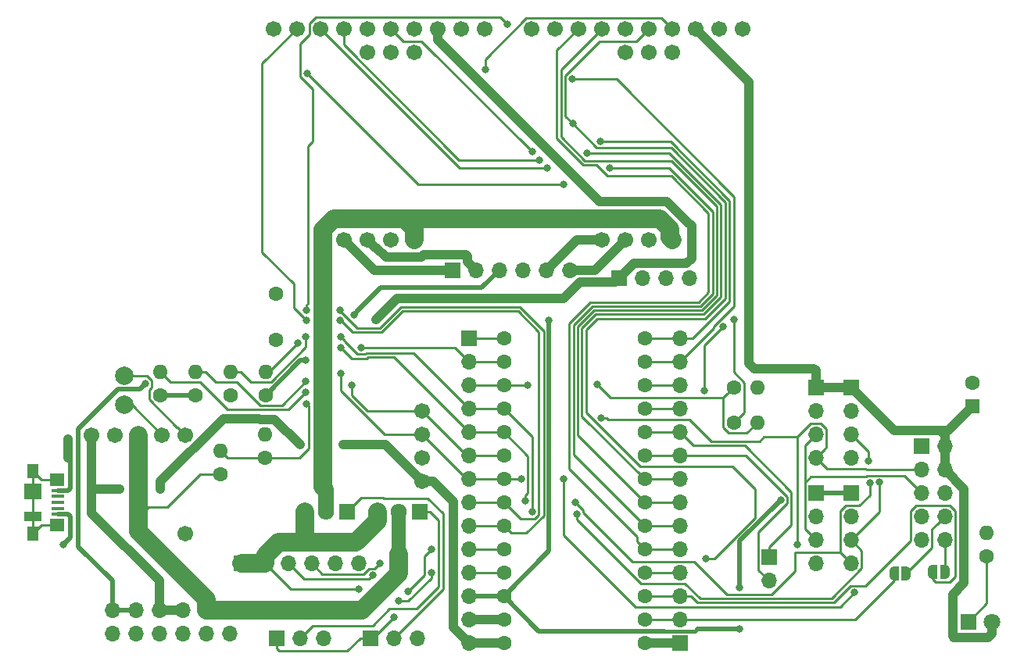
<source format=gbr>
G04 #@! TF.GenerationSoftware,KiCad,Pcbnew,9.0.4*
G04 #@! TF.CreationDate,2025-08-30T13:56:25-07:00*
G04 #@! TF.ProjectId,romi_board,726f6d69-5f62-46f6-9172-642e6b696361,rev?*
G04 #@! TF.SameCoordinates,Original*
G04 #@! TF.FileFunction,Copper,L1,Top*
G04 #@! TF.FilePolarity,Positive*
%FSLAX46Y46*%
G04 Gerber Fmt 4.6, Leading zero omitted, Abs format (unit mm)*
G04 Created by KiCad (PCBNEW 9.0.4) date 2025-08-30 13:56:25*
%MOMM*%
%LPD*%
G01*
G04 APERTURE LIST*
G04 Aperture macros list*
%AMRoundRect*
0 Rectangle with rounded corners*
0 $1 Rounding radius*
0 $2 $3 $4 $5 $6 $7 $8 $9 X,Y pos of 4 corners*
0 Add a 4 corners polygon primitive as box body*
4,1,4,$2,$3,$4,$5,$6,$7,$8,$9,$2,$3,0*
0 Add four circle primitives for the rounded corners*
1,1,$1+$1,$2,$3*
1,1,$1+$1,$4,$5*
1,1,$1+$1,$6,$7*
1,1,$1+$1,$8,$9*
0 Add four rect primitives between the rounded corners*
20,1,$1+$1,$2,$3,$4,$5,0*
20,1,$1+$1,$4,$5,$6,$7,0*
20,1,$1+$1,$6,$7,$8,$9,0*
20,1,$1+$1,$8,$9,$2,$3,0*%
%AMFreePoly0*
4,1,23,0.500000,-0.750000,0.000000,-0.750000,0.000000,-0.745722,-0.065263,-0.745722,-0.191342,-0.711940,-0.304381,-0.646677,-0.396677,-0.554381,-0.461940,-0.441342,-0.495722,-0.315263,-0.495722,-0.250000,-0.500000,-0.250000,-0.500000,0.250000,-0.495722,0.250000,-0.495722,0.315263,-0.461940,0.441342,-0.396677,0.554381,-0.304381,0.646677,-0.191342,0.711940,-0.065263,0.745722,0.000000,0.745722,
0.000000,0.750000,0.500000,0.750000,0.500000,-0.750000,0.500000,-0.750000,$1*%
%AMFreePoly1*
4,1,23,0.000000,0.745722,0.065263,0.745722,0.191342,0.711940,0.304381,0.646677,0.396677,0.554381,0.461940,0.441342,0.495722,0.315263,0.495722,0.250000,0.500000,0.250000,0.500000,-0.250000,0.495722,-0.250000,0.495722,-0.315263,0.461940,-0.441342,0.396677,-0.554381,0.304381,-0.646677,0.191342,-0.711940,0.065263,-0.745722,0.000000,-0.745722,0.000000,-0.750000,-0.500000,-0.750000,
-0.500000,0.750000,0.000000,0.750000,0.000000,0.745722,0.000000,0.745722,$1*%
G04 Aperture macros list end*
G04 #@! TA.AperFunction,ComponentPad*
%ADD10R,1.800000X1.800000*%
G04 #@! TD*
G04 #@! TA.AperFunction,ComponentPad*
%ADD11C,1.800000*%
G04 #@! TD*
G04 #@! TA.AperFunction,ComponentPad*
%ADD12R,1.700000X1.700000*%
G04 #@! TD*
G04 #@! TA.AperFunction,ComponentPad*
%ADD13O,1.700000X1.700000*%
G04 #@! TD*
G04 #@! TA.AperFunction,SMDPad,CuDef*
%ADD14FreePoly0,180.000000*%
G04 #@! TD*
G04 #@! TA.AperFunction,SMDPad,CuDef*
%ADD15FreePoly1,180.000000*%
G04 #@! TD*
G04 #@! TA.AperFunction,ComponentPad*
%ADD16C,1.600000*%
G04 #@! TD*
G04 #@! TA.AperFunction,ComponentPad*
%ADD17O,1.600000X1.600000*%
G04 #@! TD*
G04 #@! TA.AperFunction,ComponentPad*
%ADD18C,1.701800*%
G04 #@! TD*
G04 #@! TA.AperFunction,SMDPad,CuDef*
%ADD19C,2.000000*%
G04 #@! TD*
G04 #@! TA.AperFunction,ComponentPad*
%ADD20R,1.717500X1.800000*%
G04 #@! TD*
G04 #@! TA.AperFunction,ComponentPad*
%ADD21O,1.717500X1.800000*%
G04 #@! TD*
G04 #@! TA.AperFunction,SMDPad,CuDef*
%ADD22R,1.380000X0.450000*%
G04 #@! TD*
G04 #@! TA.AperFunction,SMDPad,CuDef*
%ADD23R,1.300000X1.650000*%
G04 #@! TD*
G04 #@! TA.AperFunction,SMDPad,CuDef*
%ADD24R,1.550000X1.425000*%
G04 #@! TD*
G04 #@! TA.AperFunction,SMDPad,CuDef*
%ADD25R,1.900000X1.800000*%
G04 #@! TD*
G04 #@! TA.AperFunction,SMDPad,CuDef*
%ADD26R,1.900000X1.000000*%
G04 #@! TD*
G04 #@! TA.AperFunction,ComponentPad*
%ADD27RoundRect,0.250000X0.550000X-0.550000X0.550000X0.550000X-0.550000X0.550000X-0.550000X-0.550000X0*%
G04 #@! TD*
G04 #@! TA.AperFunction,ViaPad*
%ADD28C,0.800000*%
G04 #@! TD*
G04 #@! TA.AperFunction,Conductor*
%ADD29C,2.000000*%
G04 #@! TD*
G04 #@! TA.AperFunction,Conductor*
%ADD30C,0.250000*%
G04 #@! TD*
G04 #@! TA.AperFunction,Conductor*
%ADD31C,0.500000*%
G04 #@! TD*
G04 #@! TA.AperFunction,Conductor*
%ADD32C,1.000000*%
G04 #@! TD*
G04 #@! TA.AperFunction,Conductor*
%ADD33C,0.400000*%
G04 #@! TD*
G04 #@! TA.AperFunction,Conductor*
%ADD34C,1.500000*%
G04 #@! TD*
G04 #@! TA.AperFunction,Conductor*
%ADD35C,1.700000*%
G04 #@! TD*
G04 APERTURE END LIST*
D10*
X153012122Y-149571657D03*
D11*
X155552122Y-149571657D03*
D12*
X74272122Y-143221657D03*
D13*
X76812122Y-143221657D03*
X79352122Y-143221657D03*
X81892122Y-143221657D03*
X84432122Y-143221657D03*
X86972122Y-143221657D03*
D12*
X136502122Y-124171657D03*
D13*
X136502122Y-126711657D03*
X136502122Y-129251657D03*
X136502122Y-131791657D03*
D12*
X136502122Y-135601657D03*
D13*
X136502122Y-138141657D03*
X136502122Y-140681657D03*
X136502122Y-143221657D03*
D12*
X140312122Y-124171657D03*
D13*
X140312122Y-126711657D03*
X140312122Y-129251657D03*
X140312122Y-131791657D03*
D12*
X140312122Y-135601657D03*
D13*
X140312122Y-138141657D03*
X140312122Y-140681657D03*
X140312122Y-143221657D03*
D12*
X121770122Y-151857657D03*
D13*
X121770122Y-149317657D03*
X121770122Y-146777657D03*
X121770122Y-144237657D03*
X121770122Y-141697657D03*
X121770122Y-139157657D03*
X121770122Y-136617657D03*
X121770122Y-134077657D03*
X121770122Y-131537657D03*
X121770122Y-128997657D03*
X121770122Y-126457657D03*
X121770122Y-123917657D03*
X121770122Y-121377657D03*
X121770122Y-118837657D03*
D12*
X98910122Y-118837657D03*
D13*
X98910122Y-121377657D03*
X98910122Y-123917657D03*
X98910122Y-126457657D03*
X98910122Y-128997657D03*
X98910122Y-131537657D03*
X98910122Y-134077657D03*
X98910122Y-136617657D03*
X98910122Y-139157657D03*
X98910122Y-141697657D03*
X98910122Y-144237657D03*
X98910122Y-146777657D03*
X98910122Y-149317657D03*
X98910122Y-151857657D03*
D14*
X146296122Y-144364657D03*
D15*
X144996122Y-144364657D03*
D14*
X150487122Y-144174157D03*
D15*
X149187122Y-144174157D03*
D12*
X147932122Y-130521657D03*
D13*
X150472122Y-130521657D03*
X147932122Y-133061657D03*
X150472122Y-133061657D03*
X147932122Y-135601657D03*
X150472122Y-135601657D03*
X147932122Y-138141657D03*
X150472122Y-138141657D03*
X147932122Y-140681657D03*
X150472122Y-140681657D03*
D16*
X71986122Y-133569657D03*
D17*
X71986122Y-131029657D03*
D16*
X76812122Y-131791657D03*
D17*
X76812122Y-129251657D03*
D16*
X155000000Y-142500000D03*
D17*
X155000000Y-139960000D03*
D16*
X69272122Y-124991657D03*
D17*
X69272122Y-122451657D03*
D16*
X65462122Y-124991657D03*
D17*
X65462122Y-122451657D03*
D16*
X127612122Y-127981657D03*
D17*
X130152122Y-127981657D03*
D16*
X127612122Y-124171657D03*
D17*
X130152122Y-124171657D03*
D16*
X117960122Y-151857657D03*
X117960122Y-149317657D03*
X117960122Y-146777657D03*
X117960122Y-144237657D03*
X117960122Y-141697657D03*
X117960122Y-139157657D03*
X117960122Y-136617657D03*
X117960122Y-134077657D03*
X117960122Y-131537657D03*
X117960122Y-128997657D03*
X117960122Y-126457657D03*
X117960122Y-123917657D03*
X117960122Y-121377657D03*
X117960122Y-118837657D03*
X102720122Y-118837657D03*
X102720122Y-121377657D03*
X102720122Y-123917657D03*
X102720122Y-126457657D03*
X102720122Y-128997657D03*
X102720122Y-131537657D03*
X102720122Y-134077657D03*
X102720122Y-136617657D03*
X102720122Y-139157657D03*
X102720122Y-141697657D03*
X102720122Y-144237657D03*
X102720122Y-146777657D03*
X102720122Y-149317657D03*
X102720122Y-151857657D03*
D12*
X115166122Y-112360657D03*
D13*
X117706122Y-112360657D03*
X120246122Y-112360657D03*
X122786122Y-112360657D03*
D12*
X97132122Y-111471657D03*
D13*
X99672122Y-111471657D03*
X102212122Y-111471657D03*
X104752122Y-111471657D03*
X107292122Y-111471657D03*
X109832122Y-111471657D03*
D18*
X100633122Y-85311657D03*
X98093122Y-85311657D03*
X95553122Y-85311657D03*
X93013122Y-85311657D03*
X90473122Y-85311657D03*
X87933122Y-85311657D03*
X85393122Y-85311657D03*
X82853122Y-85311657D03*
X80313122Y-85311657D03*
X77773122Y-85311657D03*
X85393122Y-108171657D03*
X87933122Y-108171657D03*
X90473122Y-108171657D03*
X93013122Y-108171657D03*
X93013122Y-87851657D03*
X90473122Y-87851657D03*
X87933122Y-87851657D03*
X128573122Y-85311657D03*
X126033122Y-85311657D03*
X123493122Y-85311657D03*
X120953122Y-85311657D03*
X118413122Y-85311657D03*
X115873122Y-85311657D03*
X113333122Y-85311657D03*
X110793122Y-85311657D03*
X108253122Y-85311657D03*
X105713122Y-85311657D03*
X113333122Y-108171657D03*
X115873122Y-108171657D03*
X118413122Y-108171657D03*
X120953122Y-108171657D03*
X120953122Y-87851657D03*
X118413122Y-87851657D03*
X115873122Y-87851657D03*
X68192122Y-129311657D03*
X65652122Y-129311657D03*
X63112122Y-129311657D03*
X60572122Y-129311657D03*
X58032122Y-129311657D03*
X68192122Y-139979657D03*
D16*
X73082122Y-124991657D03*
D17*
X73082122Y-122451657D03*
D16*
X76892122Y-124991657D03*
D17*
X76892122Y-122451657D03*
D18*
X93830122Y-134331657D03*
X93830122Y-131791657D03*
X93830122Y-129251657D03*
X93830122Y-126711657D03*
D19*
X61572122Y-122901657D03*
X61572122Y-126076657D03*
D12*
X131422122Y-142586657D03*
D13*
X131422122Y-145126657D03*
D20*
X93576122Y-137633657D03*
D21*
X91286122Y-137633657D03*
X88996122Y-137633657D03*
D20*
X85710122Y-137633657D03*
D21*
X83420122Y-137633657D03*
X81130122Y-137633657D03*
D12*
X73002122Y-148301657D03*
D13*
X73002122Y-150841657D03*
X70462122Y-148301657D03*
X70462122Y-150841657D03*
X67922122Y-148301657D03*
X67922122Y-150841657D03*
X65382122Y-148301657D03*
X65382122Y-150841657D03*
X62842122Y-148301657D03*
X62842122Y-150841657D03*
X60302122Y-148301657D03*
X60302122Y-150841657D03*
D12*
X78082122Y-151349657D03*
D13*
X80622122Y-151349657D03*
X83162122Y-151349657D03*
D12*
X88242122Y-151349657D03*
D13*
X90782122Y-151349657D03*
X93322122Y-151349657D03*
D22*
X54396122Y-135317657D03*
X54396122Y-135967657D03*
X54396122Y-136617657D03*
X54396122Y-137267657D03*
X54396122Y-137917657D03*
D23*
X51736122Y-133242657D03*
D24*
X54311122Y-134130157D03*
D25*
X51736122Y-135467657D03*
D26*
X51736122Y-138167657D03*
D24*
X54311122Y-139105157D03*
D23*
X51736122Y-139992657D03*
D16*
X78000000Y-119000000D03*
X78000000Y-114000000D03*
D27*
X153500000Y-126182380D03*
D16*
X153500000Y-123682380D03*
D28*
X86972122Y-146015657D03*
X90782122Y-149063657D03*
X54968122Y-141189657D03*
X61064122Y-135220657D03*
X123136123Y-110074657D03*
X85321122Y-130394657D03*
X129263122Y-110074653D03*
X88877122Y-116805657D03*
X65509122Y-135220657D03*
X80622122Y-130394657D03*
X55476122Y-129759657D03*
X128247122Y-145877615D03*
X63858122Y-123790657D03*
X86464122Y-116297657D03*
X132692122Y-136363657D03*
X128247122Y-150333657D03*
X81257122Y-121250657D03*
X107606112Y-116865647D03*
X88497449Y-144510668D03*
X91290122Y-147285657D03*
X94846122Y-144237657D03*
X94846122Y-141697657D03*
X89258122Y-143221657D03*
X92306122Y-146269657D03*
X109197122Y-134077657D03*
X85067122Y-122647657D03*
X140693122Y-146396657D03*
X104593101Y-134077657D03*
X81257122Y-123536657D03*
X86210122Y-123917657D03*
X81257122Y-124679657D03*
X134470122Y-141189657D03*
X113258781Y-127475998D03*
X85067122Y-118710657D03*
X105768122Y-137633657D03*
X110605969Y-137912421D03*
X143360122Y-134458657D03*
X142217122Y-132172657D03*
X81257122Y-118710657D03*
X142337713Y-134521387D03*
X80368122Y-119345657D03*
X110499141Y-136649605D03*
X105043112Y-136464289D03*
X85067122Y-119853657D03*
X126459304Y-117589616D03*
X124437122Y-124552657D03*
X111737122Y-98771657D03*
X106530122Y-99533657D03*
X107419122Y-100422657D03*
X114150122Y-100422657D03*
X124564122Y-142713657D03*
X105768122Y-98644657D03*
X110213122Y-95596657D03*
X81342221Y-125949657D03*
X87226122Y-119853657D03*
X105260130Y-123917657D03*
X112843132Y-123843977D03*
X84942221Y-116899365D03*
X81342221Y-116932657D03*
X103101122Y-84801657D03*
X84942221Y-115789657D03*
X81342221Y-115789657D03*
X100688122Y-89754657D03*
X127612122Y-116805657D03*
X81384122Y-90135657D03*
X109197122Y-102200657D03*
X113134122Y-97501657D03*
X110086122Y-90770657D03*
D29*
X81130122Y-140533657D02*
X81130122Y-137633657D01*
D30*
X79606122Y-146015657D02*
X78082122Y-144491657D01*
D29*
X78272121Y-140971656D02*
X80692123Y-140971656D01*
D30*
X78082122Y-152449657D02*
X78082122Y-151349657D01*
X87142122Y-151349657D02*
X85767121Y-152724658D01*
X78357123Y-152724658D02*
X78082122Y-152449657D01*
X85767121Y-152724658D02*
X78357123Y-152724658D01*
X88242122Y-151349657D02*
X87142122Y-151349657D01*
X88242122Y-151349657D02*
X88496122Y-151349657D01*
D29*
X88996122Y-138626409D02*
X86650875Y-140971656D01*
D30*
X86972122Y-146015657D02*
X79606122Y-146015657D01*
X76812122Y-143221657D02*
X78082122Y-144491657D01*
D29*
X88996122Y-137633657D02*
X88996122Y-138626409D01*
X86650875Y-140971656D02*
X80692123Y-140971656D01*
X78272121Y-140971656D02*
X76812122Y-142431655D01*
X76812122Y-142431655D02*
X76812122Y-143221657D01*
D30*
X88496122Y-151349657D02*
X90782122Y-149063657D01*
D29*
X80692123Y-140971656D02*
X81130122Y-140533657D01*
X76812122Y-143221657D02*
X74272122Y-143221657D01*
D31*
X55730122Y-140427657D02*
X54968122Y-141189657D01*
D32*
X98910122Y-149317657D02*
X102720122Y-149317657D01*
D31*
X55730122Y-138141657D02*
X55730122Y-140427657D01*
X55506122Y-137917657D02*
X55730122Y-138141657D01*
X54396122Y-137917657D02*
X55506122Y-137917657D01*
D32*
X117960122Y-151857657D02*
X119091492Y-151857657D01*
X119091492Y-151857657D02*
X121770122Y-151857657D01*
X97132122Y-111471657D02*
X88693122Y-111471657D01*
X88693122Y-111471657D02*
X85393122Y-108171657D01*
X98782123Y-109981656D02*
X98782123Y-110581658D01*
X98622123Y-109821656D02*
X98782123Y-109981656D01*
X93800131Y-110071667D02*
X94050142Y-109821656D01*
X94050142Y-109821656D02*
X98622123Y-109821656D01*
X89929798Y-110071667D02*
X93800131Y-110071667D01*
X98782123Y-110581658D02*
X99672122Y-111471657D01*
X88784021Y-109022556D02*
X88880687Y-109022556D01*
X88880687Y-109022556D02*
X89929798Y-110071667D01*
X87933122Y-108171657D02*
X88784021Y-109022556D01*
X136502122Y-124171657D02*
X136502122Y-122321657D01*
X155552122Y-149571657D02*
X155552122Y-150844449D01*
X97260121Y-136558302D02*
X95033476Y-134331657D01*
D31*
X55730122Y-132045657D02*
X55476122Y-131791657D01*
D32*
X123036113Y-110174667D02*
X122500124Y-110710656D01*
X77864132Y-127636667D02*
X76301970Y-127636667D01*
X151312121Y-151111658D02*
X151312121Y-146629268D01*
X65382122Y-145126657D02*
X58032122Y-137776657D01*
X95553122Y-86515011D02*
X113058857Y-104020746D01*
X85321122Y-130394657D02*
X89893122Y-130394657D01*
X123493122Y-85311657D02*
X129263122Y-91081657D01*
X97260121Y-150207656D02*
X97260121Y-136558302D01*
X129263122Y-110640338D02*
X129263122Y-110074653D01*
X95553122Y-85311657D02*
X95553122Y-86515011D01*
X150024202Y-128871656D02*
X145012121Y-128871656D01*
X122500124Y-110710656D02*
X116816123Y-110710656D01*
X65509122Y-134654972D02*
X65509122Y-135220657D01*
X123036113Y-106933811D02*
X123036113Y-106679810D01*
X114755112Y-112771667D02*
X115166122Y-112360657D01*
X80622122Y-130394657D02*
X77864132Y-127636667D01*
X155552122Y-150844449D02*
X155124913Y-151271658D01*
X91163122Y-114519657D02*
X109226124Y-114519657D01*
X150472122Y-129319576D02*
X150024202Y-128871656D01*
X116816123Y-110710656D02*
X115166122Y-112360657D01*
X129263122Y-91081657D02*
X129263122Y-110074653D01*
X55476122Y-129759657D02*
X55476122Y-131791657D01*
X76301970Y-127636667D02*
X76189959Y-127524656D01*
X61048122Y-135204657D02*
X61064122Y-135220657D01*
X98910122Y-151857657D02*
X97260121Y-150207656D01*
X72361121Y-127524656D02*
X65509122Y-134376655D01*
X150472122Y-130521657D02*
X150472122Y-129319576D01*
X150810724Y-128871656D02*
X150024202Y-128871656D01*
X89893122Y-130394657D02*
X93830122Y-134331657D01*
X67922122Y-148301657D02*
X65382122Y-148301657D01*
X155124913Y-151271658D02*
X151472121Y-151271658D01*
X58032122Y-137776657D02*
X58032122Y-135204657D01*
X152572133Y-145369256D02*
X152572133Y-135161668D01*
X136502122Y-122321657D02*
X136317132Y-122136667D01*
X88877122Y-116805657D02*
X91163122Y-114519657D01*
D31*
X55730122Y-135093657D02*
X55730122Y-132045657D01*
D32*
X151472121Y-151271658D02*
X151312121Y-151111658D01*
X95033476Y-134331657D02*
X93830122Y-134331657D01*
X110974114Y-112771667D02*
X114755112Y-112771667D01*
D31*
X54396122Y-135317657D02*
X55506122Y-135317657D01*
D32*
X152572133Y-135161668D02*
X150472122Y-133061657D01*
X123036113Y-106933811D02*
X123036113Y-110174667D01*
X102720122Y-151857657D02*
X98910122Y-151857657D01*
X129263122Y-121549397D02*
X129263122Y-110640338D01*
X65509122Y-134376655D02*
X65509122Y-134654972D01*
X113058857Y-104020746D02*
X120377049Y-104020746D01*
X123036113Y-106679810D02*
X122564034Y-106207731D01*
X58032122Y-135204657D02*
X61048122Y-135204657D01*
X129850392Y-122136667D02*
X129263122Y-121549397D01*
X145012121Y-128871656D02*
X140312122Y-124171657D01*
X136317132Y-122136667D02*
X129850392Y-122136667D01*
X120377049Y-104020746D02*
X122564034Y-106207731D01*
X65382122Y-148301657D02*
X65382122Y-145126657D01*
X76189959Y-127524656D02*
X72361121Y-127524656D01*
X140312122Y-124171657D02*
X136502122Y-124171657D01*
X109226124Y-114519657D02*
X110974114Y-112771667D01*
D31*
X55506122Y-135317657D02*
X55730122Y-135093657D01*
D32*
X150472122Y-133061657D02*
X150472122Y-130521657D01*
X58032122Y-135204657D02*
X58032122Y-129311657D01*
X153500000Y-126182380D02*
X150810724Y-128871656D01*
X151312121Y-146629268D02*
X152572133Y-145369256D01*
D30*
X133867134Y-135506669D02*
X133867134Y-139041645D01*
X128817153Y-130456688D02*
X133867134Y-135506669D01*
X121770122Y-128997657D02*
X117960122Y-128997657D01*
X133867134Y-139041645D02*
X131422122Y-141486657D01*
X123229153Y-130456688D02*
X128817153Y-130456688D01*
X131422122Y-141486657D02*
X131422122Y-142586657D01*
X121770122Y-128997657D02*
X123229153Y-130456688D01*
X130247121Y-143951656D02*
X130247121Y-139881660D01*
X128939124Y-131537657D02*
X122972203Y-131537657D01*
X130247121Y-139881660D02*
X133417123Y-136711658D01*
X117960122Y-131537657D02*
X121770122Y-131537657D01*
X131422122Y-145126657D02*
X130247121Y-143951656D01*
X133417123Y-136015656D02*
X128939124Y-131537657D01*
X122972203Y-131537657D02*
X121770122Y-131537657D01*
X133417123Y-136711658D02*
X133417123Y-136015656D01*
D31*
X60302122Y-148301657D02*
X60302122Y-145126657D01*
X86864121Y-115897658D02*
X86464122Y-116297657D01*
X102720122Y-146777657D02*
X107606112Y-141891667D01*
X60302122Y-145126657D02*
X56631221Y-141455756D01*
X102720122Y-146777657D02*
X106510123Y-150567658D01*
X107606112Y-141891667D02*
X107606112Y-116865647D01*
X98910122Y-146777657D02*
X102720122Y-146777657D01*
X62842122Y-148301657D02*
X60302122Y-148301657D01*
X89385122Y-113376657D02*
X86864121Y-115897658D01*
X56631221Y-128639224D02*
X60918787Y-124351658D01*
X56631221Y-141455756D02*
X56631221Y-128639224D01*
D33*
X123675122Y-150333657D02*
X123441121Y-150567658D01*
D31*
X65462122Y-124991657D02*
X69272122Y-124991657D01*
X100307122Y-113376657D02*
X89385122Y-113376657D01*
X60918787Y-124351658D02*
X63297121Y-124351658D01*
X128247122Y-140808657D02*
X128247122Y-145877615D01*
X136502122Y-135601657D02*
X140312122Y-135601657D01*
X106510123Y-150567658D02*
X120099123Y-150567658D01*
X102212122Y-111471657D02*
X100307122Y-113376657D01*
X63297121Y-124351658D02*
X63858122Y-123790657D01*
D33*
X123441121Y-150567658D02*
X120099123Y-150567658D01*
D31*
X128247122Y-150333657D02*
X123675122Y-150333657D01*
X132692122Y-136363657D02*
X128247122Y-140808657D01*
X80633122Y-121250657D02*
X81257122Y-121250657D01*
X76892122Y-124991657D02*
X80633122Y-121250657D01*
D29*
X70462122Y-147099576D02*
X63112122Y-139749576D01*
X63112122Y-129311657D02*
X63112122Y-138230991D01*
X87350126Y-148301657D02*
X91290122Y-144361661D01*
D30*
X66296131Y-137120667D02*
X64222447Y-137120667D01*
X69700122Y-133696657D02*
X66296131Y-137120667D01*
D29*
X91290122Y-144361661D02*
X91290122Y-142233659D01*
X73002122Y-148301657D02*
X87350126Y-148301657D01*
X70462122Y-148301657D02*
X70462122Y-147099576D01*
X63112122Y-139749576D02*
X63112122Y-138230991D01*
D30*
X71986122Y-133569657D02*
X69827122Y-133569657D01*
D29*
X73002122Y-148301657D02*
X70462122Y-148301657D01*
D30*
X64222447Y-137120667D02*
X63112122Y-138230991D01*
D34*
X91286122Y-137633657D02*
X91286122Y-142229659D01*
D32*
X91286122Y-142229659D02*
X91290122Y-142233659D01*
D30*
X69641187Y-133775611D02*
X69700122Y-133696657D01*
X69827122Y-133569657D02*
X69700122Y-133696657D01*
D32*
X113333122Y-108171657D02*
X110592122Y-108171657D01*
X110592122Y-108171657D02*
X107292122Y-111471657D01*
X115873122Y-108171657D02*
X112573122Y-111471657D01*
X112573122Y-111471657D02*
X109832122Y-111471657D01*
D30*
X94846122Y-144803342D02*
X94846122Y-144237657D01*
X92363807Y-147285657D02*
X94846122Y-144803342D01*
X102720122Y-144237657D02*
X101588752Y-144237657D01*
X101588752Y-144237657D02*
X98910122Y-144237657D01*
X81041132Y-144910667D02*
X88097450Y-144910667D01*
X88097450Y-144910667D02*
X88497449Y-144510668D01*
X91290122Y-147285657D02*
X92363807Y-147285657D01*
X79352122Y-143221657D02*
X81041132Y-144910667D01*
X83067123Y-144396658D02*
X87536123Y-144396658D01*
X87536123Y-144396658D02*
X88147123Y-143785658D01*
X94084122Y-144491657D02*
X94084122Y-142459657D01*
X101588752Y-141697657D02*
X98910122Y-141697657D01*
X94084122Y-142459657D02*
X94846122Y-141697657D01*
X102720122Y-141697657D02*
X101588752Y-141697657D01*
X81892122Y-143221657D02*
X83067123Y-144396658D01*
X88147123Y-143785658D02*
X88694121Y-143785658D01*
X92306122Y-146269657D02*
X94084122Y-144491657D01*
X88694121Y-143785658D02*
X89258122Y-143221657D01*
X147932122Y-135601657D02*
X146064120Y-133733655D01*
X81257122Y-123536657D02*
X78677121Y-126116658D01*
X141925443Y-133860655D02*
X135958122Y-133860655D01*
X135327121Y-139506656D02*
X135327121Y-130426658D01*
X70403492Y-122451657D02*
X69272122Y-122451657D01*
X93830122Y-129251657D02*
X98656122Y-134077657D01*
X109197122Y-140173657D02*
X116976123Y-147952658D01*
X136502122Y-140681657D02*
X135327121Y-139506656D01*
X135327121Y-130426658D02*
X135652123Y-130101656D01*
X140693122Y-146396657D02*
X139137121Y-147952658D01*
X98910122Y-134077657D02*
X100112203Y-134077657D01*
X135327121Y-134491656D02*
X135327121Y-139506656D01*
X71528493Y-123576658D02*
X70403492Y-122451657D01*
X146064120Y-133733655D02*
X142052443Y-133733655D01*
X89834027Y-129251657D02*
X92626768Y-129251657D01*
X142052443Y-133733655D02*
X141925443Y-133860655D01*
X73812121Y-123576658D02*
X71528493Y-123576658D01*
X135327121Y-139506656D02*
X135652123Y-139831658D01*
X76352121Y-126116658D02*
X73812121Y-123576658D01*
X78677121Y-126116658D02*
X76352121Y-126116658D01*
X135958122Y-133860655D02*
X135327121Y-134491656D01*
X109197122Y-134077657D02*
X109197122Y-140173657D01*
X98656122Y-134077657D02*
X98910122Y-134077657D01*
X102720122Y-134077657D02*
X104593101Y-134077657D01*
X139137121Y-147952658D02*
X116976123Y-147952658D01*
X92626768Y-129251657D02*
X93830122Y-129251657D01*
X135652123Y-139831658D02*
X136502122Y-140681657D01*
X85067122Y-124484752D02*
X89834027Y-129251657D01*
X135652123Y-130101656D02*
X136502122Y-129251657D01*
X100112203Y-134077657D02*
X102720122Y-134077657D01*
X85067122Y-122647657D02*
X85067122Y-124484752D01*
X137066123Y-128076656D02*
X137677123Y-128687656D01*
X125192142Y-130006677D02*
X122844962Y-127659497D01*
X141960079Y-133061657D02*
X141917066Y-133018644D01*
X141917066Y-133018644D02*
X137729109Y-133018644D01*
X102720122Y-131537657D02*
X101588752Y-131537657D01*
X93830122Y-126711657D02*
X98656122Y-131537657D01*
X137677123Y-128687656D02*
X137677123Y-130616656D01*
X130428515Y-130006677D02*
X125192142Y-130006677D01*
X93830122Y-126711657D02*
X87930437Y-126711657D01*
X114007965Y-127659497D02*
X113824466Y-127475998D01*
X101588752Y-131537657D02*
X98910122Y-131537657D01*
X86210122Y-124483342D02*
X86210122Y-123917657D01*
X134470122Y-129544655D02*
X135938121Y-128076656D01*
X134470122Y-129544655D02*
X130890537Y-129544655D01*
X137677123Y-130616656D02*
X137352121Y-130941658D01*
X134470122Y-141189657D02*
X134470122Y-129544655D01*
X147932122Y-133061657D02*
X141960079Y-133061657D01*
X69812123Y-123576658D02*
X72820122Y-126584657D01*
X122844962Y-127659497D02*
X114007965Y-127659497D01*
X87930437Y-126711657D02*
X86210122Y-124991342D01*
X130890537Y-129544655D02*
X130428515Y-130006677D01*
X81257122Y-124679657D02*
X79352122Y-126584657D01*
X66587123Y-123576658D02*
X69812123Y-123576658D01*
X137352121Y-130941658D02*
X136502122Y-131791657D01*
X135938121Y-128076656D02*
X137066123Y-128076656D01*
X137729109Y-133018644D02*
X137352121Y-132641656D01*
X86210122Y-124991342D02*
X86210122Y-124483342D01*
X98656122Y-131537657D02*
X98910122Y-131537657D01*
X65462122Y-122451657D02*
X66587123Y-123576658D01*
X113824466Y-127475998D02*
X113258781Y-127475998D01*
X72820122Y-126584657D02*
X79352122Y-126584657D01*
X137352121Y-132641656D02*
X136502122Y-131791657D01*
X110605969Y-138478106D02*
X110605969Y-137912421D01*
X74213492Y-122451657D02*
X73082122Y-122451657D01*
X141487123Y-143766243D02*
X138200730Y-147052636D01*
X98910122Y-126457657D02*
X92904124Y-120451659D01*
X77493933Y-123576658D02*
X75338493Y-123576658D01*
X85467121Y-119167660D02*
X85467121Y-119110656D01*
X140312122Y-140681657D02*
X141487123Y-141856658D01*
X122334123Y-145412658D02*
X117540521Y-145412658D01*
X138200730Y-147052636D02*
X123974101Y-147052636D01*
X85467121Y-119110656D02*
X85067122Y-118710657D01*
X81257122Y-118710657D02*
X81257122Y-119813469D01*
X75338493Y-123576658D02*
X74213492Y-122451657D01*
X140312122Y-129251657D02*
X142217122Y-131156657D01*
X87828124Y-120451659D02*
X87701124Y-120578659D01*
X87701124Y-120578659D02*
X86878120Y-120578659D01*
X141487123Y-141856658D02*
X141487123Y-143766243D01*
X123974101Y-147052636D02*
X122334123Y-145412658D01*
X105768122Y-129505657D02*
X105768122Y-137633657D01*
X81257122Y-119813469D02*
X77493933Y-123576658D01*
X86878120Y-120578659D02*
X85467121Y-119167660D01*
X117540521Y-145412658D02*
X110605969Y-138478106D01*
X102720122Y-126457657D02*
X98910122Y-126457657D01*
X102720122Y-126457657D02*
X105768122Y-129505657D01*
X92904124Y-120451659D02*
X87828124Y-120451659D01*
X143360122Y-137633657D02*
X143360122Y-134458657D01*
X142217122Y-131156657D02*
X142217122Y-132172657D01*
X140312122Y-140681657D02*
X143360122Y-137633657D01*
X100112203Y-128997657D02*
X102720122Y-128997657D01*
X142337713Y-135087072D02*
X142337713Y-134521387D01*
X123332117Y-143062656D02*
X116658121Y-143062656D01*
X126872086Y-146602625D02*
X123332117Y-143062656D01*
X139137121Y-142046656D02*
X139137121Y-137577656D01*
X134247125Y-142046656D02*
X134247125Y-144040656D01*
X85067122Y-119853657D02*
X86242135Y-121028670D01*
X131685156Y-146602625D02*
X126872086Y-146602625D01*
X102720122Y-128997657D02*
X105318111Y-131595646D01*
X142337713Y-135861068D02*
X142337713Y-135087072D01*
X111330971Y-137735506D02*
X111330971Y-137481435D01*
X105318111Y-131595646D02*
X105318111Y-135623605D01*
X90814135Y-120901670D02*
X98060123Y-128147658D01*
X98060123Y-128147658D02*
X98910122Y-128997657D01*
X111330971Y-137481435D02*
X110499141Y-136649605D01*
X87887524Y-121028670D02*
X88014524Y-120901670D01*
X88014524Y-120901670D02*
X90814135Y-120901670D01*
X139137121Y-142046656D02*
X134247125Y-142046656D01*
X105318111Y-135623605D02*
X105043112Y-135898604D01*
X105043112Y-135898604D02*
X105043112Y-136464289D01*
X86242135Y-121028670D02*
X87887524Y-121028670D01*
X141232125Y-136966656D02*
X142337713Y-135861068D01*
X98910122Y-128997657D02*
X100112203Y-128997657D01*
X139748121Y-136966656D02*
X141232125Y-136966656D01*
X77262122Y-122451657D02*
X76892122Y-122451657D01*
X116658121Y-143062656D02*
X111330971Y-137735506D01*
X139137121Y-137577656D02*
X139748121Y-136966656D01*
X80368122Y-119345657D02*
X77262122Y-122451657D01*
X134247125Y-144040656D02*
X131685156Y-146602625D01*
X140312122Y-143221657D02*
X139137121Y-142046656D01*
X119091492Y-126457657D02*
X121770122Y-126457657D01*
X124437122Y-124552657D02*
X124437122Y-119611798D01*
X124437122Y-119611798D02*
X126459304Y-117589616D01*
X117960122Y-126457657D02*
X119091492Y-126457657D01*
X124353127Y-116261704D02*
X126237166Y-114377665D01*
X126237166Y-110693256D02*
X126237166Y-104381701D01*
X111160111Y-127277646D02*
X111160111Y-117762257D01*
X126237166Y-104381701D02*
X120627122Y-98771657D01*
X111160111Y-117762257D02*
X112660664Y-116261704D01*
X85393122Y-85311657D02*
X85393122Y-87051991D01*
X120627122Y-98771657D02*
X111737122Y-98771657D01*
X117960122Y-134077657D02*
X111160111Y-127277646D01*
X126237166Y-114377665D02*
X126237166Y-110693256D01*
X112660664Y-116261704D02*
X124353127Y-116261704D01*
X85393122Y-87051991D02*
X97874788Y-99533657D01*
X97874788Y-99533657D02*
X106530122Y-99533657D01*
X121770122Y-134077657D02*
X117960122Y-134077657D01*
X120842714Y-99623659D02*
X125787155Y-104568100D01*
X110710100Y-129367635D02*
X117160123Y-135817658D01*
X111516120Y-99623659D02*
X120842714Y-99623659D01*
X125787155Y-114191265D02*
X124166726Y-115811694D01*
X110710100Y-117575857D02*
X110710100Y-129367635D01*
X125787155Y-104568100D02*
X125787155Y-114191265D01*
X117160123Y-135817658D02*
X117960122Y-136617657D01*
X117960122Y-136617657D02*
X121770122Y-136617657D01*
X108911109Y-97018648D02*
X111516120Y-99623659D01*
X108911109Y-89733670D02*
X108911109Y-97018648D01*
X112474263Y-115811694D02*
X110710100Y-117575857D01*
X113333122Y-85311657D02*
X108911109Y-89733670D01*
X124166726Y-115811694D02*
X112474263Y-115811694D01*
X125337144Y-114004865D02*
X125337144Y-107542857D01*
X125337144Y-107542857D02*
X125337144Y-105132679D01*
X82853122Y-85311657D02*
X97964122Y-100422657D01*
X123980325Y-115361684D02*
X125337144Y-114004865D01*
X110260089Y-131457624D02*
X110260089Y-117389457D01*
X117960122Y-139157657D02*
X110260089Y-131457624D01*
X110260089Y-117389457D02*
X112287862Y-115361684D01*
X121770122Y-139157657D02*
X117960122Y-139157657D01*
X97964122Y-100422657D02*
X107419122Y-100422657D01*
X112287862Y-115361684D02*
X123980325Y-115361684D01*
X125337144Y-105132679D02*
X120627122Y-100422657D01*
X120627122Y-100422657D02*
X114150122Y-100422657D01*
X123793925Y-114911675D02*
X112101460Y-114911675D01*
X109810078Y-132981200D02*
X117160123Y-140331245D01*
X117960122Y-141697657D02*
X121770122Y-141697657D01*
X120842714Y-101274659D02*
X124887133Y-105319078D01*
X110793122Y-85311657D02*
X108461098Y-87643681D01*
X124887133Y-105319078D02*
X124887133Y-113818467D01*
X109810078Y-117203057D02*
X109810078Y-132981200D01*
X112726720Y-100073670D02*
X113927709Y-101274659D01*
X117160123Y-140331245D02*
X117160123Y-140897658D01*
X108461098Y-97205048D02*
X111329720Y-100073670D01*
X113927709Y-101274659D02*
X120842714Y-101274659D01*
X124887133Y-113818467D02*
X123793925Y-114911675D01*
X111329720Y-100073670D02*
X112726720Y-100073670D01*
X112101460Y-114911675D02*
X109810078Y-117203057D01*
X108461098Y-87643681D02*
X108461098Y-97205048D01*
X117160123Y-140897658D02*
X117960122Y-141697657D01*
X112786120Y-98226659D02*
X110213122Y-95596657D01*
X126687176Y-114564065D02*
X126687176Y-104071121D01*
X124564122Y-142713657D02*
X125501782Y-142713657D01*
X126687176Y-104071121D02*
X120842714Y-98226659D01*
X125501782Y-142713657D02*
X129913099Y-138302339D01*
X91837221Y-86675756D02*
X93799221Y-86675756D01*
X121770122Y-144237657D02*
X117960122Y-144237657D01*
X124539528Y-116711713D02*
X126687176Y-114564065D01*
X109361120Y-94801659D02*
X109361120Y-90422655D01*
X111610122Y-126852659D02*
X111610122Y-117948656D01*
X120842714Y-98226659D02*
X112786120Y-98226659D01*
X110213122Y-95596657D02*
X109361120Y-94801659D01*
X129913099Y-138302339D02*
X129913099Y-135166264D01*
X109361120Y-90422655D02*
X113108019Y-86675756D01*
X117470121Y-132712658D02*
X111610122Y-126852659D01*
X112847064Y-116711714D02*
X124539528Y-116711713D01*
X93799221Y-86675756D02*
X105768122Y-98644657D01*
X113108019Y-86675756D02*
X117049023Y-86675756D01*
X117049023Y-86675756D02*
X117562223Y-86162556D01*
X90473122Y-85311657D02*
X91837221Y-86675756D01*
X127459493Y-132712658D02*
X117470121Y-132712658D01*
X117562223Y-86162556D02*
X118413122Y-85311657D01*
X111610122Y-117948656D02*
X112847064Y-116711714D01*
X129913099Y-135166264D02*
X127459493Y-132712658D01*
X151647123Y-137577656D02*
X151647123Y-144640185D01*
X151647123Y-144640185D02*
X151038141Y-145249167D01*
X149514540Y-145249167D02*
X149187122Y-144921749D01*
X138442698Y-147502647D02*
X140273689Y-145671656D01*
X147368121Y-136966656D02*
X151036123Y-136966656D01*
X140273689Y-145671656D02*
X141828344Y-145671656D01*
X121770122Y-146777657D02*
X122972203Y-146777657D01*
X117960122Y-146777657D02*
X121770122Y-146777657D01*
X151038141Y-145249167D02*
X149514540Y-145249167D01*
X123697193Y-147502647D02*
X138442698Y-147502647D01*
X146757121Y-137577656D02*
X147368121Y-136966656D01*
X151036123Y-136966656D02*
X151647123Y-137577656D01*
X146757121Y-140742879D02*
X146757121Y-137577656D01*
X149187122Y-144921749D02*
X149187122Y-144174157D01*
X141828344Y-145671656D02*
X146757121Y-140742879D01*
X122972203Y-146777657D02*
X123697193Y-147502647D01*
X140790714Y-149317657D02*
X144996122Y-145112249D01*
X144996122Y-145112249D02*
X144996122Y-144364657D01*
X121770122Y-149317657D02*
X140790714Y-149317657D01*
X121770122Y-149317657D02*
X117960122Y-149317657D01*
X102720122Y-121377657D02*
X98910122Y-121377657D01*
X76812122Y-131791657D02*
X72748122Y-131791657D01*
X72748122Y-131791657D02*
X71986122Y-131029657D01*
X81547130Y-126154566D02*
X81342221Y-125949657D01*
X81547130Y-130777809D02*
X81547130Y-126154566D01*
X76812122Y-131791657D02*
X80533282Y-131791657D01*
X97386122Y-119853657D02*
X87226122Y-119853657D01*
X98910122Y-121377657D02*
X97386122Y-119853657D01*
X80533282Y-131791657D02*
X81547130Y-130777809D01*
X114281811Y-125282656D02*
X113243131Y-124243976D01*
X126812123Y-124971656D02*
X127612122Y-124171657D01*
X126487121Y-125296658D02*
X126473119Y-125282656D01*
X127072121Y-129106658D02*
X126487121Y-128521658D01*
X129027121Y-129106658D02*
X127072121Y-129106658D01*
X102720122Y-123917657D02*
X98910122Y-123917657D01*
X126487121Y-125296658D02*
X126812123Y-124971656D01*
X102720122Y-123917657D02*
X105260130Y-123917657D01*
X126473119Y-125282656D02*
X114281811Y-125282656D01*
X130152122Y-127981657D02*
X129027121Y-129106658D01*
X113243131Y-124243976D02*
X112843132Y-123843977D01*
X126487121Y-128521658D02*
X126487121Y-125296658D01*
X79954782Y-115545218D02*
X79954782Y-112954782D01*
X106079124Y-138395657D02*
X106493123Y-137981658D01*
X79954782Y-112954782D02*
X76542132Y-109542132D01*
X101588752Y-136617657D02*
X98910122Y-136617657D01*
X91710692Y-115916657D02*
X89446674Y-118180675D01*
X106493123Y-137981658D02*
X106493123Y-127436658D01*
X102720122Y-136617657D02*
X101588752Y-136617657D01*
X81342221Y-116932657D02*
X79954782Y-115545218D01*
X76542132Y-109542132D02*
X76542132Y-89082647D01*
X104242712Y-115916657D02*
X91710692Y-115916657D01*
X106493123Y-127436658D02*
X106493123Y-118167068D01*
X86315140Y-118180675D02*
X84813122Y-116678657D01*
X89446674Y-118180675D02*
X86315140Y-118180675D01*
X104498122Y-138395657D02*
X106079124Y-138395657D01*
X76542132Y-89082647D02*
X80313122Y-85311657D01*
X106493123Y-118167068D02*
X104242712Y-115916657D01*
X102720122Y-136617657D02*
X104498122Y-138395657D01*
X80659121Y-90483658D02*
X80659121Y-86894190D01*
X81472713Y-115093480D02*
X81472713Y-98000000D01*
X84942221Y-115848758D02*
X84942221Y-115789657D01*
X86824128Y-117730665D02*
X84942221Y-115848758D01*
X91546272Y-115444667D02*
X90274122Y-116716817D01*
X81677221Y-85876090D02*
X81677221Y-84747224D01*
X82000000Y-97472713D02*
X82000000Y-91824537D01*
X102720122Y-139157657D02*
X103520121Y-139957656D01*
X81342221Y-115223972D02*
X81472713Y-115093480D01*
X107031102Y-138080089D02*
X107031102Y-125688637D01*
X107031102Y-118068637D02*
X104407132Y-115444667D01*
X81342221Y-115789657D02*
X81342221Y-115223972D01*
X98910122Y-139157657D02*
X100112203Y-139157657D01*
X103520121Y-139957656D02*
X105153535Y-139957656D01*
X105153535Y-139957656D02*
X107031102Y-138080089D01*
X102335221Y-84035756D02*
X103101122Y-84801657D01*
X80659121Y-86894190D02*
X81677221Y-85876090D01*
X100112203Y-139157657D02*
X102720122Y-139157657D01*
X81472713Y-98000000D02*
X82000000Y-97472713D01*
X82000000Y-91824537D02*
X80659121Y-90483658D01*
X82388689Y-84035756D02*
X102335221Y-84035756D01*
X107031102Y-125688637D02*
X107031102Y-118068637D01*
X90274122Y-116716817D02*
X89260274Y-117730665D01*
X81677221Y-84747224D02*
X82388689Y-84035756D01*
X89260274Y-117730665D02*
X86824128Y-117730665D01*
X104407132Y-115444667D02*
X91546272Y-115444667D01*
X120102223Y-84460758D02*
X120953122Y-85311657D01*
X119777221Y-84135756D02*
X120102223Y-84460758D01*
X105148689Y-84135756D02*
X119777221Y-84135756D01*
X100688122Y-89754657D02*
X100688122Y-88596323D01*
X100688122Y-88596323D02*
X105148689Y-84135756D01*
X149622123Y-138991656D02*
X150472122Y-138141657D01*
X149107123Y-141553656D02*
X149107123Y-139506656D01*
X146296122Y-144364657D02*
X149107123Y-141553656D01*
X149107123Y-139506656D02*
X149622123Y-138991656D01*
X150472122Y-140681657D02*
X150472122Y-144159157D01*
X150472122Y-144159157D02*
X150487122Y-144174157D01*
X127612122Y-127981657D02*
X128737123Y-126856656D01*
X128737123Y-123631656D02*
X127612122Y-122506655D01*
X127612122Y-117371342D02*
X127612122Y-116805657D01*
X128737123Y-126856656D02*
X128737123Y-123631656D01*
X127612122Y-122506655D02*
X127612122Y-117371342D01*
X88502119Y-149974656D02*
X90338120Y-148138655D01*
X81997123Y-149974656D02*
X88502119Y-149974656D01*
X95608122Y-145761657D02*
X95608122Y-138556907D01*
X95608122Y-138556907D02*
X94684872Y-137633657D01*
X80622122Y-151349657D02*
X81997123Y-149974656D01*
X94684872Y-137633657D02*
X93576122Y-137633657D01*
X90338120Y-148138655D02*
X93231124Y-148138655D01*
X93231124Y-148138655D02*
X95608122Y-145761657D01*
X87235132Y-136108647D02*
X85710122Y-137633657D01*
X94494864Y-136208647D02*
X89727801Y-136208647D01*
X89727801Y-136208647D02*
X89627801Y-136108647D01*
X96116122Y-146015657D02*
X96116122Y-137829905D01*
X89627801Y-136108647D02*
X87235132Y-136108647D01*
X90782122Y-151349657D02*
X96116122Y-146015657D01*
X96116122Y-137829905D02*
X94494864Y-136208647D01*
X155000000Y-147583779D02*
X155000000Y-142500000D01*
X153012122Y-149571657D02*
X155000000Y-147583779D01*
X67341223Y-128460758D02*
X67315227Y-128460758D01*
X62986335Y-122901657D02*
X61572122Y-122901657D01*
X64583124Y-124138659D02*
X64583124Y-123442655D01*
X68192122Y-129311657D02*
X67341223Y-128460758D01*
X64042126Y-122901657D02*
X62986335Y-122901657D01*
X64329124Y-125474655D02*
X64329124Y-124392659D01*
X64583124Y-123442655D02*
X64042126Y-122901657D01*
X64329124Y-124392659D02*
X64583124Y-124138659D01*
X67315227Y-128460758D02*
X64329124Y-125474655D01*
X62417122Y-126076657D02*
X61572122Y-126076657D01*
X65652122Y-129311657D02*
X62417122Y-126076657D01*
D29*
X84312689Y-105920756D02*
X83142221Y-107091224D01*
D35*
X83420122Y-135224657D02*
X83142221Y-134946756D01*
D29*
X83142221Y-107091224D02*
X83142221Y-134946756D01*
X119590039Y-105920756D02*
X91965575Y-105920756D01*
X120664023Y-107882558D02*
X120664023Y-106994740D01*
X120664023Y-106994740D02*
X119590039Y-105920756D01*
X93013122Y-108171657D02*
X93013122Y-106968303D01*
D35*
X83420122Y-137633657D02*
X83420122Y-135224657D01*
D29*
X91965575Y-105920756D02*
X84312689Y-105920756D01*
X120953122Y-108171657D02*
X120664023Y-107882558D01*
X93013122Y-106968303D02*
X91965575Y-105920756D01*
D32*
X83142221Y-135336756D02*
X83142221Y-134946756D01*
D30*
X120754122Y-97501657D02*
X113134122Y-97501657D01*
X127173131Y-114833058D02*
X127173131Y-111322612D01*
X121770122Y-118837657D02*
X117960122Y-118837657D01*
X81384122Y-90135657D02*
X93449122Y-102200657D01*
X127173131Y-111322612D02*
X127173131Y-103920666D01*
X127173131Y-103920666D02*
X120754122Y-97501657D01*
X121770122Y-118837657D02*
X123168532Y-118837657D01*
X123168532Y-118837657D02*
X127173131Y-114833058D01*
X93449122Y-102200657D02*
X109197122Y-102200657D01*
X121770122Y-121377657D02*
X125411857Y-117735922D01*
X127623142Y-111136213D02*
X127623142Y-103481677D01*
X114912122Y-90770657D02*
X110086122Y-90770657D01*
X127623142Y-115400459D02*
X127623142Y-111136213D01*
X125411857Y-117735922D02*
X125411857Y-117611744D01*
X127623142Y-103481677D02*
X114912122Y-90770657D01*
X125411857Y-117611744D02*
X127623142Y-115400459D01*
X117960122Y-121377657D02*
X121770122Y-121377657D01*
X121770122Y-123917657D02*
X117960122Y-123917657D01*
X98910122Y-118837657D02*
X100010122Y-118837657D01*
X100010122Y-118837657D02*
X102720122Y-118837657D01*
X51736122Y-137417657D02*
X51736122Y-135467657D01*
X52623622Y-134130157D02*
X51736122Y-133242657D01*
X54311122Y-139105157D02*
X52623622Y-139105157D01*
X54311122Y-134130157D02*
X52623622Y-134130157D01*
X51736122Y-139992657D02*
X51736122Y-138167657D01*
X51736122Y-135467657D02*
X51736122Y-133242657D01*
X52623622Y-139105157D02*
X51736122Y-139992657D01*
X51736122Y-138167657D02*
X51736122Y-137417657D01*
M02*

</source>
